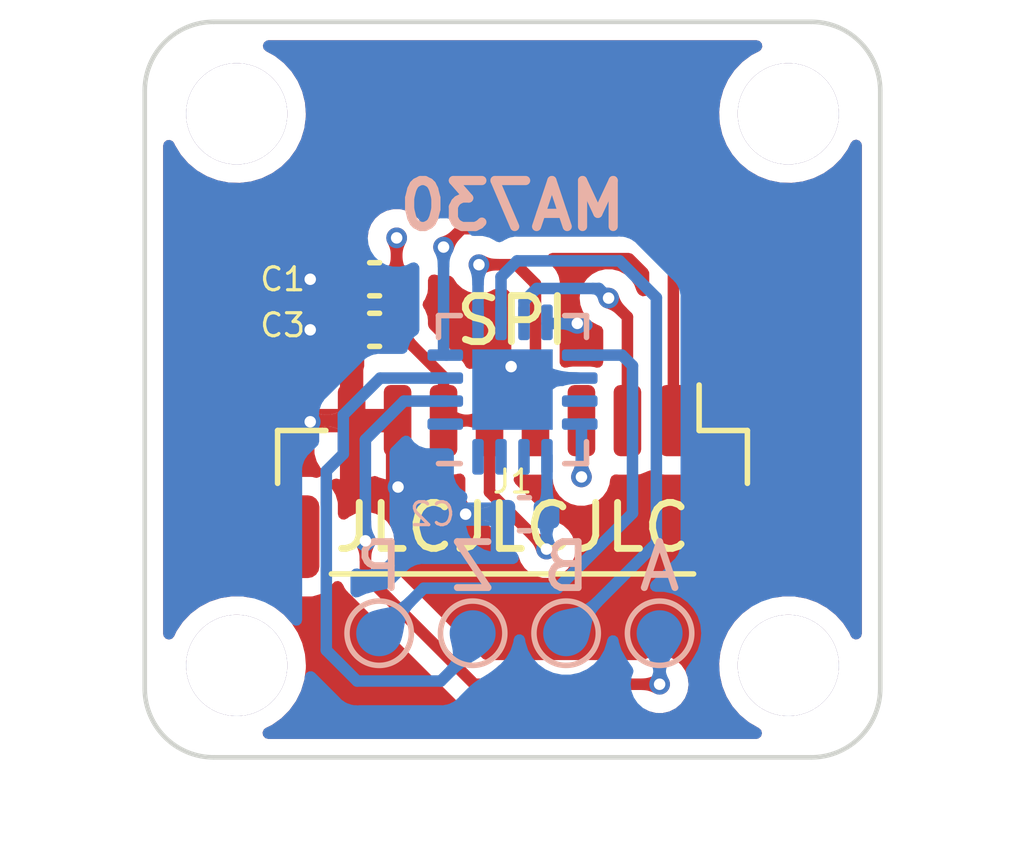
<source format=kicad_pcb>
(kicad_pcb (version 20211014) (generator pcbnew)
  (layers (0 "F.Cu" signal) (1 "In1.Cu" signal) (2 "In2.Cu" signal) (31 "B.Cu" signal) (34 "B.Paste" user) (35 "F.Paste" user) (36 "B.SilkS" user "B.Silkscreen") (37 "F.SilkS" user "F.Silkscreen") (38 "B.Mask" user) (39 "F.Mask" user) (44 "Edge.Cuts" user))
  (net 0 "")
  (net 1 "GND")
  (net 2 "+3V3")
  (net 8 "Net-(U1-Pad3)")
  (net 9 "Net-(J1-Pad4)")
  (net 10 "Net-(J1-Pad3)")
  (net 11 "Net-(J1-Pad2)")
  (net 12 "Net-(J1-Pad1)")
  (net 13 "Net-(A1-Pad1)")
  (net 14 "Net-(B1-Pad1)")
  (net 15 "Net-(P1-Pad1)")
  (footprint "MountingHole:MountingHole_2.2mm_M2" (layer "F.Cu") (at 102 86)
    (fp_text reference "H1" hide)
    (fp_text value "MountingHole")
  )
  (footprint "MountingHole:MountingHole_2.2mm_M2" (layer "F.Cu") (at 114 86)
    (fp_text reference "H2" hide)
    (fp_text value "MountingHole")
  )
  (footprint "MountingHole:MountingHole_2.2mm_M2" (layer "F.Cu") (at 114 98)
    (fp_text reference "H3" hide)
    (fp_text value "MountingHole")
  )
  (footprint "MountingHole:MountingHole_2.2mm_M2" (layer "F.Cu") (at 102 98)
    (fp_text reference "H4" hide)
    (fp_text value "MountingHole")
  )
  (footprint "Capacitor_SMD:C_0402_1005Metric" (layer "F.Cu") (at 105 89.6 180)
    (fp_text reference "C1")
    (fp_text value "1uF")
  )
  (footprint "Capacitor_SMD:C_0402_1005Metric" (layer "F.Cu") (at 105 90.7 180)
    (fp_text reference "C3")
    (fp_text value "100nF")
  )
  (footprint "Connector_JST:JST_SH_BM08B-SRSS-TB_1x08-1MP_P1.00mm_Vertical" (layer "F.Cu") (at 108 94 180)
    (fp_text reference "J1")
    (fp_text value "Conn_01x08")
  )
  (footprint "Capacitor_SMD:C_0402_1005Metric" (layer "B.Cu") (at 108.26 94.71 180)
    (fp_text reference "C2")
    (fp_text value "100nF")
  )
  (footprint "Package_DFN_QFN:QFN-16-1EP_3x3mm_P0.5mm_EP1.75x1.75mm" (layer "B.Cu") (at 108 92)
    (fp_text reference "U1" hide)
    (fp_text value "MA730")
  )
  (footprint "TestPoint:TestPoint_Pad_D1.0mm" (layer "B.Cu") (at 105.100002 97.3 180)
    (fp_text reference "P")
    (fp_text value "TestPoint_Small")
  )
  (footprint "TestPoint:TestPoint_Pad_D1.0mm" (layer "B.Cu") (at 107.133335 97.3 180)
    (fp_text reference "Z")
    (fp_text value "TestPoint_Small")
  )
  (footprint "TestPoint:TestPoint_Pad_D1.0mm" (layer "B.Cu") (at 111.200001 97.3 180)
    (fp_text reference "A")
    (fp_text value "TestPoint_Small")
  )
  (footprint "TestPoint:TestPoint_Pad_D1.0mm" (layer "B.Cu") (at 109.166668 97.3 180)
    (fp_text reference "B")
    (fp_text value "TestPoint_Small")
  )
  (gr_line (start 100 85.5) (end 100 98.5) (layer "Edge.Cuts") (width 0.1))
  (gr_line (start 114.5 84) (end 101.5 84) (layer "Edge.Cuts") (width 0.1))
  (gr_line (start 116 98.5) (end 116 85.5) (layer "Edge.Cuts") (width 0.1))
  (gr_arc (start 116 98.5) (mid 115.56066 99.56066) (end 114.5 100) (layer "Edge.Cuts") (width 0.1))
  (gr_arc (start 101.5 100) (mid 100.43934 99.56066) (end 100 98.5) (layer "Edge.Cuts") (width 0.1))
  (gr_arc (start 114.5 84) (mid 115.56066 84.43934) (end 116 85.5) (layer "Edge.Cuts") (width 0.1))
  (gr_line (start 101.5 100) (end 114.5 100) (layer "Edge.Cuts") (width 0.1))
  (gr_arc (start 100 85.5) (mid 100.43934 84.43934) (end 101.5 84) (layer "Edge.Cuts") (width 0.1))
  (gr_text "MA730" (at 108 88) (layer "B.SilkS") (effects (font (size 1 1) (thickness 0.2)) (justify mirror)))
  (gr_text "SPI" (at 108 90.5) (layer "F.SilkS") (effects (font (size 1 1))))
  (gr_text "JLCJLCJLC" (at 108 95) (layer "F.SilkS") (effects (font (size 1 1))))
  (segment (start 104.5 90.72) (end 104.52 90.7) (width 0.25) (layer "F.Cu") (net 1))
  (segment (start 105.5 92.675) (end 105.5 94.11) (width 0.25) (layer "F.Cu") (net 1))
  (segment (start 104.52 89.6) (end 103.6 89.6) (width 0.25) (layer "F.Cu") (net 1))
  (segment (start 105.5 94.11) (end 105.51 94.12) (width 0.25) (layer "F.Cu") (net 1))
  (segment (start 103.625 92.675) (end 103.6 92.7) (width 0.25) (layer "F.Cu") (net 1))
  (segment (start 104.52 90.7) (end 103.6 90.7) (width 0.25) (layer "F.Cu") (net 1))
  (segment (start 104.5 92.675) (end 103.625 92.675) (width 0.25) (layer "F.Cu") (net 1))
  (segment (start 104.5 92.675) (end 104.5 90.72) (width 0.25) (layer "F.Cu") (net 1))
  (segment (start 104.52 89.6) (end 104.52 90.7) (width 0.25) (layer "F.Cu") (net 1))
  (via (at 103.6 89.6) (size 0.45) (drill 0.25) (layers "F.Cu" "B.Cu") (net 1))
  (via (at 106.98 94.71) (size 0.45) (drill 0.25) (layers "F.Cu" "B.Cu") (net 1))
  (via (at 109.41 90.56) (size 0.45) (drill 0.25) (layers "F.Cu" "B.Cu") (net 1))
  (via (at 105.51 94.12) (size 0.45) (drill 0.25) (layers "F.Cu" "B.Cu") (net 1))
  (via (at 103.6 90.7) (size 0.45) (drill 0.25) (layers "F.Cu" "B.Cu") (net 1))
  (via (at 103.6 92.7) (size 0.45) (drill 0.25) (layers "F.Cu" "B.Cu") (net 1))
  (via (at 107.97 91.5) (size 0.45) (drill 0.25) (layers "F.Cu" "B.Cu") (net 1))
  (segment (start 108.75 90.5625) (end 109.4075 90.5625) (width 0.25) (layer "B.Cu") (net 1))
  (segment (start 109.4375 91.75) (end 108.25 91.75) (width 0.25) (layer "B.Cu") (net 1))
  (segment (start 107.78 94.71) (end 106.98 94.71) (width 0.25) (layer "B.Cu") (net 1))
  (segment (start 108.25 91.75) (end 108 92) (width 0.25) (layer "B.Cu") (net 1))
  (segment (start 109.4075 90.5625) (end 109.41 90.56) (width 0.25) (layer "B.Cu") (net 1))
  (segment (start 108 92) (end 108 91.9955) (width 0.25) (layer "B.Cu") (net 1))
  (segment (start 108 91.9955) (end 107.48 91.4755) (width 0.25) (layer "B.Cu") (net 1))
  (segment (start 107.5 92.675) (end 107.5 94.23) (width 0.25) (layer "F.Cu") (net 2))
  (segment (start 107.5 94.23) (end 108.74 95.47) (width 0.25) (layer "F.Cu") (net 2))
  (segment (start 105.48 89.6) (end 105.48 90.7) (width 0.25) (layer "F.Cu") (net 2))
  (segment (start 106.5 91.72) (end 105.48 90.7) (width 0.25) (layer "F.Cu") (net 2))
  (segment (start 105.48 89.6) (end 105.48 88.7) (width 0.25) (layer "F.Cu") (net 2))
  (segment (start 106.5 92.675) (end 106.5 91.72) (width 0.25) (layer "F.Cu") (net 2))
  (segment (start 106.5 92.675) (end 107.5 92.675) (width 0.25) (layer "F.Cu") (net 2))
  (via (at 108.74 95.47) (size 0.45) (drill 0.25) (layers "F.Cu" "B.Cu") (net 2))
  (via (at 105.48 88.7) (size 0.45) (drill 0.25) (layers "F.Cu" "B.Cu") (net 2))
  (segment (start 108.74 94.71) (end 108.74 95.47) (width 0.25) (layer "B.Cu") (net 2))
  (segment (start 108.74 94.71) (end 108.75 94.7) (width 0.25) (layer "B.Cu") (net 2))
  (segment (start 108.75 94.7) (end 108.75 93.4375) (width 0.25) (layer "B.Cu") (net 2))
  (segment (start 104.32 92.55) (end 105.12 91.75) (width 0.25) (layer "B.Cu") (net 8))
  (segment (start 106.44 98.34) (end 104.62 98.34) (width 0.25) (layer "B.Cu") (net 8))
  (segment (start 105.12 91.75) (end 106.5625 91.75) (width 0.25) (layer "B.Cu") (net 8))
  (segment (start 107.133335 97.646665) (end 106.44 98.34) (width 0.25) (layer "B.Cu") (net 8))
  (segment (start 104.62 98.34) (end 103.95 97.67) (width 0.25) (layer "B.Cu") (net 8))
  (segment (start 104.32 93.4) (end 104.32 92.55) (width 0.25) (layer "B.Cu") (net 8))
  (segment (start 107.133335 97.3) (end 107.133335 97.646665) (width 0.25) (layer "B.Cu") (net 8))
  (segment (start 103.95 97.67) (end 103.95 93.77) (width 0.25) (layer "B.Cu") (net 8))
  (segment (start 103.95 93.77) (end 104.32 93.4) (width 0.25) (layer "B.Cu") (net 8))
  (segment (start 108.5 89.7) (end 108.5 92.675) (width 0.25) (layer "F.Cu") (net 9))
  (segment (start 108.083139 89.283139) (end 108.5 89.7) (width 0.25) (layer "F.Cu") (net 9))
  (segment (start 107.26965 89.283139) (end 108.083139 89.283139) (width 0.25) (layer "F.Cu") (net 9))
  (via (at 107.26965 89.283139) (size 0.45) (drill 0.25) (layers "F.Cu" "B.Cu") (net 9))
  (segment (start 107.25 89.302789) (end 107.25 90.5625) (width 0.25) (layer "B.Cu") (net 9))
  (segment (start 107.26965 89.283139) (end 107.25 89.302789) (width 0.25) (layer "B.Cu") (net 9))
  (segment (start 109.5 92.675) (end 109.5 93.9) (width 0.25) (layer "F.Cu") (net 10))
  (via (at 109.5 93.9) (size 0.45) (drill 0.25) (layers "F.Cu" "B.Cu") (net 10))
  (segment (start 109.5 92.8125) (end 109.4375 92.75) (width 0.25) (layer "B.Cu") (net 10))
  (segment (start 109.5 93.9) (end 109.5 92.8125) (width 0.25) (layer "B.Cu") (net 10))
  (segment (start 110.09 90.01) (end 110.5 90.42) (width 0.25) (layer "F.Cu") (net 11))
  (segment (start 110.5 90.42) (end 110.5 92.675) (width 0.25) (layer "F.Cu") (net 11))
  (via (at 110.09 90.01) (size 0.45) (drill 0.25) (layers "F.Cu" "B.Cu") (net 11))
  (segment (start 109.88048 89.80048) (end 108.527192 89.80048) (width 0.25) (layer "B.Cu") (net 11))
  (segment (start 108.527192 89.80048) (end 108.25 90.077672) (width 0.25) (layer "B.Cu") (net 11))
  (segment (start 110.09 90.01) (end 109.88048 89.80048) (width 0.25) (layer "B.Cu") (net 11))
  (segment (start 108.25 90.077672) (end 108.25 90.5625) (width 0.25) (layer "B.Cu") (net 11))
  (segment (start 106.5 88.9) (end 106.9 88.5) (width 0.25) (layer "F.Cu") (net 12))
  (segment (start 106.9 88.5) (end 110.8 88.5) (width 0.25) (layer "F.Cu") (net 12))
  (segment (start 110.8 88.5) (end 111.5 89.2) (width 0.25) (layer "F.Cu") (net 12))
  (segment (start 111.5 89.2) (end 111.5 92.675) (width 0.25) (layer "F.Cu") (net 12))
  (via (at 106.5 88.9) (size 0.45) (drill 0.25) (layers "F.Cu" "B.Cu") (net 12))
  (segment (start 106.5 91.1875) (end 106.5625 91.25) (width 0.25) (layer "B.Cu") (net 12))
  (segment (start 106.5 88.9) (end 106.5 91.1875) (width 0.25) (layer "B.Cu") (net 12))
  (segment (start 104.8 96.04) (end 107.17 98.41) (width 0.25) (layer "F.Cu") (net 13))
  (segment (start 104.8 95.29) (end 104.8 96.04) (width 0.25) (layer "F.Cu") (net 13))
  (segment (start 107.17 98.41) (end 111.2 98.41) (width 0.25) (layer "F.Cu") (net 13))
  (via (at 111.2 98.41) (size 0.45) (drill 0.25) (layers "F.Cu" "B.Cu") (net 13))
  (via (at 104.8 95.29) (size 0.45) (drill 0.25) (layers "F.Cu" "B.Cu") (net 13))
  (segment (start 106.5625 92.25) (end 105.64 92.25) (width 0.25) (layer "B.Cu") (net 13))
  (segment (start 111.200001 97.3) (end 111.2 98.41) (width 0.25) (layer "B.Cu") (net 13))
  (segment (start 105.64 92.25) (end 104.8 93.09) (width 0.25) (layer "B.Cu") (net 13))
  (segment (start 104.8 93.09) (end 104.8 95.29) (width 0.25) (layer "B.Cu") (net 13))
  (segment (start 107.75 89.55) (end 107.75 90.5625) (width 0.25) (layer "B.Cu") (net 14))
  (segment (start 110.33 89.2) (end 108.1 89.2) (width 0.25) (layer "B.Cu") (net 14))
  (segment (start 109.166668 97.3) (end 111.13 95.336668) (width 0.25) (layer "B.Cu") (net 14))
  (segment (start 111.13 90) (end 110.33 89.2) (width 0.25) (layer "B.Cu") (net 14))
  (segment (start 111.13 95.336668) (end 111.13 90) (width 0.25) (layer "B.Cu") (net 14))
  (segment (start 108.1 89.2) (end 107.75 89.55) (width 0.25) (layer "B.Cu") (net 14))
  (segment (start 110.38 91.25) (end 109.4375 91.25) (width 0.25) (layer "B.Cu") (net 15))
  (segment (start 106.07 96.32) (end 108.98 96.32) (width 0.25) (layer "B.Cu") (net 15))
  (segment (start 105.100002 97.3) (end 105.100002 97.289998) (width 0.25) (layer "B.Cu") (net 15))
  (segment (start 105.100002 97.289998) (end 106.07 96.32) (width 0.25) (layer "B.Cu") (net 15))
  (segment (start 108.98 96.32) (end 110.61 94.69) (width 0.25) (layer "B.Cu") (net 15))
  (segment (start 110.61 91.48) (end 110.38 91.25) (width 0.25) (layer "B.Cu") (net 15))
  (segment (start 110.61 94.69) (end 110.61 91.48) (width 0.25) (layer "B.Cu") (net 15))
  (zone (net 1) (net_name "GND") (layer "F.Cu") (priority 16962) (connect_pads yes (clearance 0)) (min_thickness 0.0254) (fill yes (thermal_gap 0.508) (thermal_bridge_width 0.508))
    (polygon (pts (xy 103.97 89.725) (xy 104.031776 89.726403) (xy 104.084414 89.730555) (xy 104.12976 89.737365) (xy 104.169658 89.746746) (xy 104.205953 89.758606) (xy 104.24049 89.772859) (xy 104.275113 89.789413) (xy 104.311668 89.808181) (xy 104.351999 89.829073) (xy 104.397951 89.852) (xy 104.66 89.6) (xy 104.397951 89.348) (xy 104.351999 89.370926) (xy 104.311668 89.391818) (xy 104.275113 89.410586) (xy 104.24049 89.42714) (xy 104.205953 89.441393) (xy 104.169658 89.453253) (xy 104.12976 89.462634) (xy 104.084414 89.469444) (xy 104.031776 89.473596) (xy 103.97 89.475)))
  )
  (zone (net 13) (net_name "Net-(A1-Pad1)") (layer "F.Cu") (priority 16962) (connect_pads yes (clearance 0)) (min_thickness 0.0254) (fill yes (thermal_gap 0.508) (thermal_bridge_width 0.508))
    (polygon (pts (xy 110.755 98.535) (xy 110.804556 98.535548) (xy 110.84743 98.537295) (xy 110.884887 98.540391) (xy 110.918196 98.544987) (xy 110.948624 98.551234) (xy 110.977439 98.559281) (xy 111.005909 98.569281) (xy 111.035302 98.581383) (xy 111.066884 98.595739) (xy 111.101925 98.6125) (xy 111.3125 98.41) (xy 111.101925 98.2075) (xy 111.066884 98.22426) (xy 111.035302 98.238616) (xy 111.005909 98.250718) (xy 110.977439 98.260718) (xy 110.948624 98.268765) (xy 110.918196 98.275012) (xy 110.884887 98.279608) (xy 110.84743 98.282704) (xy 110.804556 98.284451) (xy 110.755 98.285)))
  )
  (zone (net 13) (net_name "Net-(A1-Pad1)") (layer "F.Cu") (priority 16962) (connect_pads yes (clearance 0)) (min_thickness 0.0254) (fill yes (thermal_gap 0.508) (thermal_bridge_width 0.508))
    (polygon (pts (xy 104.925 95.735) (xy 104.925548 95.685443) (xy 104.927295 95.642569) (xy 104.930391 95.605112) (xy 104.934987 95.571803) (xy 104.941234 95.541375) (xy 104.949281 95.51256) (xy 104.959281 95.48409) (xy 104.971383 95.454697) (xy 104.985739 95.423115) (xy 105.0025 95.388075) (xy 104.8 95.1775) (xy 104.5975 95.388075) (xy 104.61426 95.423115) (xy 104.628616 95.454697) (xy 104.640718 95.48409) (xy 104.650718 95.51256) (xy 104.658765 95.541375) (xy 104.665012 95.571803) (xy 104.669608 95.605112) (xy 104.672704 95.642569) (xy 104.674451 95.685443) (xy 104.675 95.735)))
  )
  (zone (net 2) (net_name "+3V3") (layer "F.Cu") (priority 16962) (connect_pads yes (clearance 0)) (min_thickness 0.0254) (fill yes (thermal_gap 0.508) (thermal_bridge_width 0.508))
    (polygon (pts (xy 106.91 92.8) (xy 106.976522 92.801711) (xy 107.032986 92.806731) (xy 107.081446 92.814883) (xy 107.123958 92.825994) (xy 107.162578 92.839888) (xy 107.19936 92.856391) (xy 107.236362 92.875328) (xy 107.275638 92.896525) (xy 107.319243 92.919807) (xy 107.369234 92.945) (xy 107.65 92.675) (xy 107.369234 92.405) (xy 107.319243 92.430192) (xy 107.275638 92.453474) (xy 107.236362 92.474671) (xy 107.19936 92.493608) (xy 107.162578 92.510111) (xy 107.123958 92.524005) (xy 107.081446 92.535116) (xy 107.032986 92.543268) (xy 106.976522 92.548288) (xy 106.91 92.55)))
  )
  (zone (net 1) (net_name "GND") (layer "F.Cu") (priority 16962) (connect_pads yes (clearance 0)) (min_thickness 0.0254) (fill yes (thermal_gap 0.508) (thermal_bridge_width 0.508))
    (polygon (pts (xy 105.375 93.665) (xy 105.374541 93.716951) (xy 105.373053 93.761882) (xy 105.370362 93.801144) (xy 105.366297 93.836089) (xy 105.360686 93.868069) (xy 105.353357 93.898436) (xy 105.344139 93.928542) (xy 105.33286 93.959739) (xy 105.319348 93.993379) (xy 105.303432 94.030814) (xy 105.514886 94.232393) (xy 105.708048 94.013222) (xy 105.689725 93.978633) (xy 105.674131 93.947302) (xy 105.661077 93.917988) (xy 105.650375 93.889449) (xy 105.641836 93.860444) (xy 105.635273 93.829733) (xy 105.630496 93.796074) (xy 105.627317 93.758226) (xy 105.625547 93.714948) (xy 105.625 93.665)))
  )
  (zone (net 2) (net_name "+3V3") (layer "F.Cu") (priority 16962) (connect_pads yes (clearance 0)) (min_thickness 0.0254) (fill yes (thermal_gap 0.508) (thermal_bridge_width 0.508))
    (polygon (pts (xy 105.355 89.05) (xy 105.353596 89.111776) (xy 105.349444 89.164414) (xy 105.342634 89.20976) (xy 105.333253 89.249658) (xy 105.321393 89.285953) (xy 105.30714 89.32049) (xy 105.290586 89.355113) (xy 105.271818 89.391668) (xy 105.250926 89.431999) (xy 105.228 89.477951) (xy 105.48 89.74) (xy 105.732 89.477951) (xy 105.709073 89.431999) (xy 105.688181 89.391668) (xy 105.669413 89.355113) (xy 105.652859 89.32049) (xy 105.638606 89.285953) (xy 105.626746 89.249658) (xy 105.617365 89.20976) (xy 105.610555 89.164414) (xy 105.606403 89.111776) (xy 105.605 89.05)))
  )
  (zone (net 12) (net_name "Net-(J1-Pad1)") (layer "F.Cu") (priority 16962) (connect_pads yes (clearance 0)) (min_thickness 0.0254) (fill yes (thermal_gap 0.508) (thermal_bridge_width 0.508))
    (polygon (pts (xy 111.375 92.085) (xy 111.373288 92.151522) (xy 111.368268 92.207986) (xy 111.360116 92.256446) (xy 111.349005 92.298958) (xy 111.335111 92.337578) (xy 111.318608 92.37436) (xy 111.299671 92.411362) (xy 111.278474 92.450638) (xy 111.255192 92.494243) (xy 111.23 92.544234) (xy 111.5 92.825) (xy 111.77 92.544234) (xy 111.744807 92.494243) (xy 111.721525 92.450638) (xy 111.700328 92.411362) (xy 111.681391 92.37436) (xy 111.664888 92.337578) (xy 111.650994 92.298958) (xy 111.639883 92.256446) (xy 111.631731 92.207986) (xy 111.626711 92.151522) (xy 111.625 92.085)))
  )
  (zone (net 9) (net_name "Net-(J1-Pad4)") (layer "F.Cu") (priority 16962) (connect_pads yes (clearance 0)) (min_thickness 0.0254) (fill yes (thermal_gap 0.508) (thermal_bridge_width 0.508))
    (polygon (pts (xy 108.375 92.085) (xy 108.373288 92.151522) (xy 108.368268 92.207986) (xy 108.360116 92.256446) (xy 108.349005 92.298958) (xy 108.335111 92.337578) (xy 108.318608 92.37436) (xy 108.299671 92.411362) (xy 108.278474 92.450638) (xy 108.255192 92.494243) (xy 108.23 92.544234) (xy 108.5 92.825) (xy 108.77 92.544234) (xy 108.744807 92.494243) (xy 108.721525 92.450638) (xy 108.700328 92.411362) (xy 108.681391 92.37436) (xy 108.664888 92.337578) (xy 108.650994 92.298958) (xy 108.639883 92.256446) (xy 108.631731 92.207986) (xy 108.626711 92.151522) (xy 108.625 92.085)))
  )
  (zone (net 9) (net_name "Net-(J1-Pad4)") (layer "F.Cu") (priority 16962) (connect_pads yes (clearance 0)) (min_thickness 0.0254) (fill yes (thermal_gap 0.508) (thermal_bridge_width 0.508))
    (polygon (pts (xy 107.71465 89.158139) (xy 107.665093 89.15759) (xy 107.622219 89.155843) (xy 107.584762 89.152747) (xy 107.551453 89.148151) (xy 107.521025 89.141904) (xy 107.49221 89.133857) (xy 107.46374 89.123857) (xy 107.434347 89.111755) (xy 107.402765 89.097399) (xy 107.367725 89.080639) (xy 107.15715 89.283139) (xy 107.367725 89.485639) (xy 107.402765 89.468878) (xy 107.434347 89.454522) (xy 107.46374 89.44242) (xy 107.49221 89.43242) (xy 107.521025 89.424373) (xy 107.551453 89.418126) (xy 107.584762 89.41353) (xy 107.622219 89.410434) (xy 107.665093 89.408687) (xy 107.71465 89.408139)))
  )
  (zone (net 2) (net_name "+3V3") (layer "F.Cu") (priority 16962) (connect_pads yes (clearance 0)) (min_thickness 0.0254) (fill yes (thermal_gap 0.508) (thermal_bridge_width 0.508))
    (polygon (pts (xy 107.09 92.55) (xy 107.023477 92.548288) (xy 106.967013 92.543268) (xy 106.918553 92.535116) (xy 106.876041 92.524005) (xy 106.837421 92.510111) (xy 106.800639 92.493608) (xy 106.763637 92.474671) (xy 106.724361 92.453474) (xy 106.680756 92.430192) (xy 106.630766 92.405) (xy 106.35 92.675) (xy 106.630766 92.945) (xy 106.680756 92.919807) (xy 106.724361 92.896525) (xy 106.763637 92.875328) (xy 106.800639 92.856391) (xy 106.837421 92.839888) (xy 106.876041 92.825994) (xy 106.918553 92.814883) (xy 106.967013 92.806731) (xy 107.023477 92.801711) (xy 107.09 92.8)))
  )
  (zone (net 1) (net_name "GND") (layer "F.Cu") (priority 16962) (connect_pads yes (clearance 0)) (min_thickness 0.0254) (fill yes (thermal_gap 0.508) (thermal_bridge_width 0.508))
    (polygon (pts (xy 104.625 91.26) (xy 104.626413 91.198734) (xy 104.630638 91.146445) (xy 104.63765 91.10137) (xy 104.647423 91.061744) (xy 104.659932 91.025805) (xy 104.675154 90.99179) (xy 104.693062 90.957934) (xy 104.713633 90.922475) (xy 104.736842 90.883649) (xy 104.762663 90.839693) (xy 104.529974 90.560356) (xy 104.259945 90.803784) (xy 104.280527 90.853708) (xy 104.299345 90.897391) (xy 104.316304 90.936813) (xy 104.331308 90.973957) (xy 104.344264 91.010806) (xy 104.355076 91.049342) (xy 104.363651 91.091547) (xy 104.369893 91.139403) (xy 104.373707 91.194893) (xy 104.375 91.26)))
  )
  (zone (net 2) (net_name "+3V3") (layer "F.Cu") (priority 16962) (connect_pads yes (clearance 0)) (min_thickness 0.0254) (fill yes (thermal_gap 0.508) (thermal_bridge_width 0.508))
    (polygon (pts (xy 106.375 92.085) (xy 106.373288 92.151522) (xy 106.368268 92.207986) (xy 106.360116 92.256446) (xy 106.349005 92.298958) (xy 106.335111 92.337578) (xy 106.318608 92.37436) (xy 106.299671 92.411362) (xy 106.278474 92.450638) (xy 106.255192 92.494243) (xy 106.23 92.544234) (xy 106.5 92.825) (xy 106.77 92.544234) (xy 106.744807 92.494243) (xy 106.721525 92.450638) (xy 106.700328 92.411362) (xy 106.681391 92.37436) (xy 106.664888 92.337578) (xy 106.650994 92.298958) (xy 106.639883 92.256446) (xy 106.631731 92.207986) (xy 106.626711 92.151522) (xy 106.625 92.085)))
  )
  (zone (net 1) (net_name "GND") (layer "F.Cu") (priority 16962) (connect_pads yes (clearance 0)) (min_thickness 0.0254) (fill yes (thermal_gap 0.508) (thermal_bridge_width 0.508))
    (polygon (pts (xy 104.045 89.475) (xy 103.995443 89.474451) (xy 103.952569 89.472704) (xy 103.915112 89.469608) (xy 103.881803 89.465012) (xy 103.851375 89.458765) (xy 103.82256 89.450718) (xy 103.79409 89.440718) (xy 103.764697 89.428616) (xy 103.733115 89.41426) (xy 103.698075 89.3975) (xy 103.4875 89.6) (xy 103.698075 89.8025) (xy 103.733115 89.785739) (xy 103.764697 89.771383) (xy 103.79409 89.759281) (xy 103.82256 89.749281) (xy 103.851375 89.741234) (xy 103.881803 89.734987) (xy 103.915112 89.730391) (xy 103.952569 89.727295) (xy 103.995443 89.725548) (xy 104.045 89.725)))
  )
  (zone (net 2) (net_name "+3V3") (layer "F.Cu") (priority 16962) (connect_pads yes (clearance 0)) (min_thickness 0.0254) (fill yes (thermal_gap 0.508) (thermal_bridge_width 0.508))
    (polygon (pts (xy 105.957296 91.000519) (xy 105.914606 90.955844) (xy 105.880321 90.915687) (xy 105.853072 90.878807) (xy 105.831493 90.843962) (xy 105.814215 90.809911) (xy 105.799872 90.775412) (xy 105.787095 90.739224) (xy 105.774518 90.700106) (xy 105.760773 90.656815) (xy 105.744492 90.608111) (xy 105.381006 90.601006) (xy 105.388111 90.964492) (xy 105.436815 90.980773) (xy 105.480106 90.994518) (xy 105.519224 91.007095) (xy 105.555412 91.019872) (xy 105.589911 91.034215) (xy 105.623962 91.051493) (xy 105.658807 91.073072) (xy 105.695687 91.100321) (xy 105.735844 91.134606) (xy 105.780519 91.177296)))
  )
  (zone (net 1) (net_name "GND") (layer "F.Cu") (priority 16962) (connect_pads yes (clearance 0)) (min_thickness 0.0254) (fill yes (thermal_gap 0.508) (thermal_bridge_width 0.508))
    (polygon (pts (xy 105.625 93.265) (xy 105.626711 93.198477) (xy 105.631731 93.142013) (xy 105.639883 93.093553) (xy 105.650994 93.051041) (xy 105.664888 93.012421) (xy 105.681391 92.975639) (xy 105.700328 92.938637) (xy 105.721525 92.899361) (xy 105.744807 92.855756) (xy 105.77 92.805766) (xy 105.5 92.525) (xy 105.23 92.805766) (xy 105.255192 92.855756) (xy 105.278474 92.899361) (xy 105.299671 92.938637) (xy 105.318608 92.975639) (xy 105.335111 93.012421) (xy 105.349005 93.051041) (xy 105.360116 93.093553) (xy 105.368268 93.142013) (xy 105.373288 93.198477) (xy 105.375 93.265)))
  )
  (zone (net 1) (net_name "GND") (layer "F.Cu") (priority 16962) (connect_pads yes (clearance 0)) (min_thickness 0.0254) (fill yes (thermal_gap 0.508) (thermal_bridge_width 0.508))
    (polygon (pts (xy 104.045 90.575) (xy 103.995443 90.574451) (xy 103.952569 90.572704) (xy 103.915112 90.569608) (xy 103.881803 90.565012) (xy 103.851375 90.558765) (xy 103.82256 90.550718) (xy 103.79409 90.540718) (xy 103.764697 90.528616) (xy 103.733115 90.51426) (xy 103.698075 90.4975) (xy 103.4875 90.7) (xy 103.698075 90.9025) (xy 103.733115 90.885739) (xy 103.764697 90.871383) (xy 103.79409 90.859281) (xy 103.82256 90.849281) (xy 103.851375 90.841234) (xy 103.881803 90.834987) (xy 103.915112 90.830391) (xy 103.952569 90.827295) (xy 103.995443 90.825548) (xy 104.045 90.825)))
  )
  (zone (net 2) (net_name "+3V3") (layer "F.Cu") (priority 16962) (connect_pads yes (clearance 0)) (min_thickness 0.0254) (fill yes (thermal_gap 0.508) (thermal_bridge_width 0.508))
    (polygon (pts (xy 105.605 89.145) (xy 105.605548 89.095443) (xy 105.607295 89.052569) (xy 105.610391 89.015112) (xy 105.614987 88.981803) (xy 105.621234 88.951375) (xy 105.629281 88.92256) (xy 105.639281 88.89409) (xy 105.651383 88.864697) (xy 105.665739 88.833115) (xy 105.6825 88.798075) (xy 105.48 88.5875) (xy 105.2775 88.798075) (xy 105.29426 88.833115) (xy 105.308616 88.864697) (xy 105.320718 88.89409) (xy 105.330718 88.92256) (xy 105.338765 88.951375) (xy 105.345012 88.981803) (xy 105.349608 89.015112) (xy 105.352704 89.052569) (xy 105.354451 89.095443) (xy 105.355 89.145)))
  )
  (zone (net 11) (net_name "Net-(J1-Pad2)") (layer "F.Cu") (priority 16962) (connect_pads yes (clearance 0)) (min_thickness 0.0254) (fill yes (thermal_gap 0.508) (thermal_bridge_width 0.508))
    (polygon (pts (xy 110.49305 90.236273) (xy 110.458396 90.200842) (xy 110.429315 90.169291) (xy 110.405018 90.140616) (xy 110.384715 90.113813) (xy 110.367616 90.087881) (xy 110.352931 90.061815) (xy 110.33987 90.034613) (xy 110.327644 90.005272) (xy 110.315463 89.972789) (xy 110.302538 89.936161) (xy 110.010451 89.930451) (xy 110.016161 90.222538) (xy 110.052789 90.235463) (xy 110.085272 90.247644) (xy 110.114613 90.25987) (xy 110.141815 90.272931) (xy 110.167881 90.287616) (xy 110.193813 90.304715) (xy 110.220616 90.325018) (xy 110.249291 90.349315) (xy 110.280842 90.378396) (xy 110.316273 90.41305)))
  )
  (zone (net 1) (net_name "GND") (layer "F.Cu") (priority 16962) (connect_pads yes (clearance 0)) (min_thickness 0.0254) (fill yes (thermal_gap 0.508) (thermal_bridge_width 0.508))
    (polygon (pts (xy 104.645 90.15) (xy 104.646403 90.088223) (xy 104.650555 90.035585) (xy 104.657365 89.990239) (xy 104.666746 89.950341) (xy 104.678606 89.914046) (xy 104.692859 89.879509) (xy 104.709413 89.844886) (xy 104.728181 89.808331) (xy 104.749073 89.768) (xy 104.772 89.722049) (xy 104.52 89.46) (xy 104.268 89.722049) (xy 104.290926 89.768) (xy 104.311818 89.808331) (xy 104.330586 89.844886) (xy 104.34714 89.879509) (xy 104.361393 89.914046) (xy 104.373253 89.950341) (xy 104.382634 89.990239) (xy 104.389444 90.035585) (xy 104.393596 90.088223) (xy 104.395 90.15)))
  )
  (zone (net 11) (net_name "Net-(J1-Pad2)") (layer "F.Cu") (priority 16962) (connect_pads yes (clearance 0)) (min_thickness 0.0254) (fill yes (thermal_gap 0.508) (thermal_bridge_width 0.508))
    (polygon (pts (xy 110.375 92.085) (xy 110.373288 92.151522) (xy 110.368268 92.207986) (xy 110.360116 92.256446) (xy 110.349005 92.298958) (xy 110.335111 92.337578) (xy 110.318608 92.37436) (xy 110.299671 92.411362) (xy 110.278474 92.450638) (xy 110.255192 92.494243) (xy 110.23 92.544234) (xy 110.5 92.825) (xy 110.77 92.544234) (xy 110.744807 92.494243) (xy 110.721525 92.450638) (xy 110.700328 92.411362) (xy 110.681391 92.37436) (xy 110.664888 92.337578) (xy 110.650994 92.298958) (xy 110.639883 92.256446) (xy 110.631731 92.207986) (xy 110.626711 92.151522) (xy 110.625 92.085)))
  )
  (zone (net 1) (net_name "GND") (layers F&B.Cu) (connect_pads (clearance 0.4)) (min_thickness 0.254) (fill yes (thermal_gap 0.508) (thermal_bridge_width 0.508))
    (polygon (pts (xy 116 100) (xy 100 100) (xy 100 84) (xy 116 84)))
  )
  (zone (net 1) (net_name "GND") (layer "F.Cu") (priority 16962) (connect_pads yes (clearance 0)) (min_thickness 0.0254) (fill yes (thermal_gap 0.508) (thermal_bridge_width 0.508))
    (polygon (pts (xy 103.91 92.8) (xy 103.976522 92.801711) (xy 104.032986 92.806731) (xy 104.081446 92.814883) (xy 104.123958 92.825994) (xy 104.162578 92.839888) (xy 104.19936 92.856391) (xy 104.236362 92.875328) (xy 104.275638 92.896525) (xy 104.319243 92.919807) (xy 104.369234 92.945) (xy 104.65 92.675) (xy 104.369234 92.405) (xy 104.319243 92.430192) (xy 104.275638 92.453474) (xy 104.236362 92.474671) (xy 104.19936 92.493608) (xy 104.162578 92.510111) (xy 104.123958 92.524005) (xy 104.081446 92.535116) (xy 104.032986 92.543268) (xy 103.976522 92.548288) (xy 103.91 92.55)))
  )
  (zone (net 10) (net_name "Net-(J1-Pad3)") (layer "F.Cu") (priority 16962) (connect_pads yes (clearance 0)) (min_thickness 0.0254) (fill yes (thermal_gap 0.508) (thermal_bridge_width 0.508))
    (polygon (pts (xy 109.625 93.265) (xy 109.626711 93.198477) (xy 109.631731 93.142013) (xy 109.639883 93.093553) (xy 109.650994 93.051041) (xy 109.664888 93.012421) (xy 109.681391 92.975639) (xy 109.700328 92.938637) (xy 109.721525 92.899361) (xy 109.744807 92.855756) (xy 109.77 92.805766) (xy 109.5 92.525) (xy 109.23 92.805766) (xy 109.255192 92.855756) (xy 109.278474 92.899361) (xy 109.299671 92.938637) (xy 109.318608 92.975639) (xy 109.335111 93.012421) (xy 109.349005 93.051041) (xy 109.360116 93.093553) (xy 109.368268 93.142013) (xy 109.373288 93.198477) (xy 109.375 93.265)))
  )
  (zone (net 2) (net_name "+3V3") (layer "F.Cu") (priority 16962) (connect_pads yes (clearance 0)) (min_thickness 0.0254) (fill yes (thermal_gap 0.508) (thermal_bridge_width 0.508))
    (polygon (pts (xy 108.33695 95.243727) (xy 108.371603 95.279157) (xy 108.400684 95.310708) (xy 108.424981 95.339383) (xy 108.445284 95.366186) (xy 108.462383 95.392118) (xy 108.477068 95.418184) (xy 108.490129 95.445386) (xy 108.502355 95.474727) (xy 108.514536 95.50721) (xy 108.527462 95.543839) (xy 108.819549 95.549549) (xy 108.813839 95.257462) (xy 108.77721 95.244536) (xy 108.744727 95.232355) (xy 108.715386 95.220129) (xy 108.688184 95.207068) (xy 108.662118 95.192383) (xy 108.636186 95.175284) (xy 108.609383 95.154981) (xy 108.580708 95.130684) (xy 108.549157 95.101603) (xy 108.513727 95.06695)))
  )
  (zone (net 10) (net_name "Net-(J1-Pad3)") (layer "F.Cu") (priority 16962) (connect_pads yes (clearance 0)) (min_thickness 0.0254) (fill yes (thermal_gap 0.508) (thermal_bridge_width 0.508))
    (polygon (pts (xy 109.375 93.455) (xy 109.374451 93.504556) (xy 109.372704 93.54743) (xy 109.369608 93.584887) (xy 109.365012 93.618196) (xy 109.358765 93.648624) (xy 109.350718 93.677439) (xy 109.340718 93.705909) (xy 109.328616 93.735302) (xy 109.31426 93.766884) (xy 109.2975 93.801925) (xy 109.5 94.0125) (xy 109.7025 93.801925) (xy 109.685739 93.766884) (xy 109.671383 93.735302) (xy 109.659281 93.705909) (xy 109.649281 93.677439) (xy 109.641234 93.648624) (xy 109.634987 93.618196) (xy 109.630391 93.584887) (xy 109.627295 93.54743) (xy 109.625548 93.504556) (xy 109.625 93.455)))
  )
  (zone (net 12) (net_name "Net-(J1-Pad1)") (layer "F.Cu") (priority 16962) (connect_pads yes (clearance 0)) (min_thickness 0.0254) (fill yes (thermal_gap 0.508) (thermal_bridge_width 0.508))
    (polygon (pts (xy 106.726273 88.49695) (xy 106.690842 88.531603) (xy 106.659291 88.560684) (xy 106.630616 88.584981) (xy 106.603813 88.605284) (xy 106.577881 88.622383) (xy 106.551815 88.637068) (xy 106.524613 88.650129) (xy 106.495272 88.662355) (xy 106.462789 88.674536) (xy 106.426161 88.687462) (xy 106.420451 88.979549) (xy 106.712538 88.973839) (xy 106.725463 88.93721) (xy 106.737644 88.904727) (xy 106.74987 88.875386) (xy 106.762931 88.848184) (xy 106.777616 88.822118) (xy 106.794715 88.796186) (xy 106.815018 88.769383) (xy 106.839315 88.740708) (xy 106.868396 88.709157) (xy 106.90305 88.673727)))
  )
  (zone (net 2) (net_name "+3V3") (layer "F.Cu") (priority 16962) (connect_pads yes (clearance 0)) (min_thickness 0.0254) (fill yes (thermal_gap 0.508) (thermal_bridge_width 0.508))
    (polygon (pts (xy 105.605 90.15) (xy 105.606403 90.088223) (xy 105.610555 90.035585) (xy 105.617365 89.990239) (xy 105.626746 89.950341) (xy 105.638606 89.914046) (xy 105.652859 89.879509) (xy 105.669413 89.844886) (xy 105.688181 89.808331) (xy 105.709073 89.768) (xy 105.732 89.722049) (xy 105.48 89.46) (xy 105.228 89.722049) (xy 105.250926 89.768) (xy 105.271818 89.808331) (xy 105.290586 89.844886) (xy 105.30714 89.879509) (xy 105.321393 89.914046) (xy 105.333253 89.950341) (xy 105.342634 89.990239) (xy 105.349444 90.035585) (xy 105.353596 90.088223) (xy 105.355 90.15)))
  )
  (zone (net 1) (net_name "GND") (layer "F.Cu") (priority 16962) (connect_pads yes (clearance 0)) (min_thickness 0.0254) (fill yes (thermal_gap 0.508) (thermal_bridge_width 0.508))
    (polygon (pts (xy 103.97 90.825) (xy 104.031776 90.826403) (xy 104.084414 90.830555) (xy 104.12976 90.837365) (xy 104.169658 90.846746) (xy 104.205953 90.858606) (xy 104.24049 90.872859) (xy 104.275113 90.889413) (xy 104.311668 90.908181) (xy 104.351999 90.929073) (xy 104.397951 90.952) (xy 104.66 90.7) (xy 104.397951 90.448) (xy 104.351999 90.470926) (xy 104.311668 90.491818) (xy 104.275113 90.510586) (xy 104.24049 90.52714) (xy 104.205953 90.541393) (xy 104.169658 90.553253) (xy 104.12976 90.562634) (xy 104.084414 90.569444) (xy 104.031776 90.573596) (xy 103.97 90.575)))
  )
  (zone (net 1) (net_name "GND") (layer "F.Cu") (priority 16962) (connect_pads yes (clearance 0)) (min_thickness 0.0254) (fill yes (thermal_gap 0.508) (thermal_bridge_width 0.508))
    (polygon (pts (xy 104.05 92.55) (xy 103.997081 92.549588) (xy 103.951377 92.548261) (xy 103.911468 92.545878) (xy 103.875935 92.5423) (xy 103.843357 92.537387) (xy 103.812315 92.530999) (xy 103.781389 92.522997) (xy 103.74916 92.513241) (xy 103.714207 92.501591) (xy 103.675112 92.487908) (xy 103.488189 92.712423) (xy 103.719837 92.89043) (xy 103.751741 92.870729) (xy 103.780853 92.853895) (xy 103.808313 92.83974) (xy 103.83526 92.828077) (xy 103.862833 92.81872) (xy 103.892174 92.811483) (xy 103.924421 92.806179) (xy 103.960714 92.802622) (xy 104.002194 92.800624) (xy 104.05 92.8)))
  )
  (zone (net 2) (net_name "+3V3") (layer "F.Cu") (priority 16962) (connect_pads yes (clearance 0)) (min_thickness 0.0254) (fill yes (thermal_gap 0.508) (thermal_bridge_width 0.508))
    (polygon (pts (xy 107.625 93.265) (xy 107.626711 93.198477) (xy 107.631731 93.142013) (xy 107.639883 93.093553) (xy 107.650994 93.051041) (xy 107.664888 93.012421) (xy 107.681391 92.975639) (xy 107.700328 92.938637) (xy 107.721525 92.899361) (xy 107.744807 92.855756) (xy 107.77 92.805766) (xy 107.5 92.525) (xy 107.23 92.805766) (xy 107.255192 92.855756) (xy 107.278474 92.899361) (xy 107.299671 92.938637) (xy 107.318608 92.975639) (xy 107.335111 93.012421) (xy 107.349005 93.051041) (xy 107.360116 93.093553) (xy 107.368268 93.142013) (xy 107.373288 93.198477) (xy 107.375 93.265)))
  )
  (zone (net 1) (net_name "GND") (layer "F.Cu") (priority 16962) (connect_pads yes (clearance 0)) (min_thickness 0.0254) (fill yes (thermal_gap 0.508) (thermal_bridge_width 0.508))
    (polygon (pts (xy 104.395 90.15) (xy 104.393596 90.211776) (xy 104.389444 90.264414) (xy 104.382634 90.30976) (xy 104.373253 90.349658) (xy 104.361393 90.385953) (xy 104.34714 90.42049) (xy 104.330586 90.455113) (xy 104.311818 90.491668) (xy 104.290926 90.531999) (xy 104.268 90.577951) (xy 104.52 90.84) (xy 104.772 90.577951) (xy 104.749073 90.531999) (xy 104.728181 90.491668) (xy 104.709413 90.455113) (xy 104.692859 90.42049) (xy 104.678606 90.385953) (xy 104.666746 90.349658) (xy 104.657365 90.30976) (xy 104.650555 90.264414) (xy 104.646403 90.211776) (xy 104.645 90.15)))
  )
  (zone (net 1) (net_name "GND") (layer "F.Cu") (priority 16962) (connect_pads yes (clearance 0)) (min_thickness 0.0254) (fill yes (thermal_gap 0.508) (thermal_bridge_width 0.508))
    (polygon (pts (xy 104.375 92.085) (xy 104.373288 92.151522) (xy 104.368268 92.207986) (xy 104.360116 92.256446) (xy 104.349005 92.298958) (xy 104.335111 92.337578) (xy 104.318608 92.37436) (xy 104.299671 92.411362) (xy 104.278474 92.450638) (xy 104.255192 92.494243) (xy 104.23 92.544234) (xy 104.5 92.825) (xy 104.77 92.544234) (xy 104.744807 92.494243) (xy 104.721525 92.450638) (xy 104.700328 92.411362) (xy 104.681391 92.37436) (xy 104.664888 92.337578) (xy 104.650994 92.298958) (xy 104.639883 92.256446) (xy 104.631731 92.207986) (xy 104.626711 92.151522) (xy 104.625 92.085)))
  )
  (zone (net 2) (net_name "+3V3") (layer "F.Cu") (priority 16962) (connect_pads yes (clearance 0)) (min_thickness 0.0254) (fill yes (thermal_gap 0.508) (thermal_bridge_width 0.508))
    (polygon (pts (xy 105.355 90.15) (xy 105.353596 90.211776) (xy 105.349444 90.264414) (xy 105.342634 90.30976) (xy 105.333253 90.349658) (xy 105.321393 90.385953) (xy 105.30714 90.42049) (xy 105.290586 90.455113) (xy 105.271818 90.491668) (xy 105.250926 90.531999) (xy 105.228 90.577951) (xy 105.48 90.84) (xy 105.732 90.577951) (xy 105.709073 90.531999) (xy 105.688181 90.491668) (xy 105.669413 90.455113) (xy 105.652859 90.42049) (xy 105.638606 90.385953) (xy 105.626746 90.349658) (xy 105.617365 90.30976) (xy 105.610555 90.264414) (xy 105.606403 90.211776) (xy 105.605 90.15)))
  )
  (zone (net 8) (net_name "Net-(U1-Pad3)") (layer "B.Cu") (priority 16962) (connect_pads yes (clearance 0)) (min_thickness 0.0254) (fill yes (thermal_gap 0.508) (thermal_bridge_width 0.508))
    (polygon (pts (xy 106.726749 98.230027) (xy 106.822102 98.139816) (xy 106.907261 98.068615) (xy 106.984436 98.01201) (xy 107.05584 97.965585) (xy 107.123683 97.924925) (xy 107.190177 97.885613) (xy 107.257533 97.843236) (xy 107.327962 97.793377) (xy 107.403677 97.731621) (xy 107.486888 97.653553) (xy 107.202909 97.059877) (xy 106.640459 97.3841) (xy 106.65633 97.46648) (xy 106.672865 97.541532) (xy 106.687739 97.610715) (xy 106.698624 97.675489) (xy 106.703197 97.737313) (xy 106.699131 97.797646) (xy 106.684101 97.857947) (xy 106.655782 97.919675) (xy 106.611847 97.98429) (xy 106.549973 98.053251)))
  )
  (zone (net 1) (net_name "GND") (layer "B.Cu") (priority 16962) (connect_pads yes (clearance 0)) (min_thickness 0.0254) (fill yes (thermal_gap 0.508) (thermal_bridge_width 0.508))
    (polygon (pts (xy 107.88305 91.701773) (xy 107.852644 91.670305) (xy 107.827571 91.642042) (xy 107.807016 91.616157) (xy 107.790164 91.591826) (xy 107.776199 91.568225) (xy 107.764306 91.544529) (xy 107.753671 91.519912) (xy 107.743477 91.493551) (xy 107.732911 91.46462) (xy 107.721156 91.432296) (xy 107.429013 91.431915) (xy 107.440051 91.72385) (xy 107.472122 91.734255) (xy 107.500833 91.743731) (xy 107.52699 91.753048) (xy 107.551398 91.762976) (xy 107.574864 91.774286) (xy 107.598194 91.78775) (xy 107.622194 91.804137) (xy 107.647669 91.824219) (xy 107.675427 91.848766) (xy 107.706273 91.87855)))
  )
  (zone (net 1) (net_name "GND") (layer "B.Cu") (priority 16962) (connect_pads yes (clearance 0)) (min_thickness 0.0254) (fill yes (thermal_gap 0.508) (thermal_bridge_width 0.508))
    (polygon (pts (xy 107.425 94.585) (xy 107.375443 94.584451) (xy 107.332569 94.582704) (xy 107.295112 94.579608) (xy 107.261803 94.575012) (xy 107.231375 94.568765) (xy 107.20256 94.560718) (xy 107.17409 94.550718) (xy 107.144697 94.538616) (xy 107.113115 94.52426) (xy 107.078075 94.5075) (xy 106.8675 94.71) (xy 107.078075 94.9125) (xy 107.113115 94.895739) (xy 107.144697 94.881383) (xy 107.17409 94.869281) (xy 107.20256 94.859281) (xy 107.231375 94.851234) (xy 107.261803 94.844987) (xy 107.295112 94.840391) (xy 107.332569 94.837295) (xy 107.375443 94.835548) (xy 107.425 94.835)))
  )
  (zone (net 1) (net_name "GND") (layer "B.Cu") (priority 16962) (connect_pads yes (clearance 0)) (min_thickness 0.0254) (fill yes (thermal_gap 0.508) (thermal_bridge_width 0.508))
    (polygon (pts (xy 107.23 94.835) (xy 107.291776 94.836403) (xy 107.344414 94.840555) (xy 107.38976 94.847365) (xy 107.429658 94.856746) (xy 107.465953 94.868606) (xy 107.50049 94.882859) (xy 107.535113 94.899413) (xy 107.571668 94.918181) (xy 107.611999 94.939073) (xy 107.657951 94.962) (xy 107.92 94.71) (xy 107.657951 94.458) (xy 107.611999 94.480926) (xy 107.571668 94.501818) (xy 107.535113 94.520586) (xy 107.50049 94.53714) (xy 107.465953 94.551393) (xy 107.429658 94.563253) (xy 107.38976 94.572634) (xy 107.344414 94.579444) (xy 107.291776 94.583596) (xy 107.23 94.585)))
  )
  (zone (net 15) (net_name "Net-(P1-Pad1)") (layer "B.Cu") (priority 16962) (connect_pads yes (clearance 0)) (min_thickness 0.0254) (fill yes (thermal_gap 0.508) (thermal_bridge_width 0.508))
    (polygon (pts (xy 105.711649 96.501575) (xy 105.626166 96.580287) (xy 105.548244 96.63889) (xy 105.475651 96.681101) (xy 105.406155 96.710642) (xy 105.337524 96.73123) (xy 105.267525 96.746586) (xy 105.193926 96.760429) (xy 105.114496 96.776479) (xy 105.027002 96.798453) (xy 104.929212 96.830074) (xy 104.925759 97.479273) (xy 105.574597 97.457351) (xy 105.603197 97.359614) (xy 105.622709 97.272191) (xy 105.636772 97.192867) (xy 105.649026 97.119428) (xy 105.663111 97.049659) (xy 105.682669 96.981345) (xy 105.711339 96.912272) (xy 105.752761 96.840225) (xy 105.810576 96.762989) (xy 105.888425 96.678351)))
  )
  (zone (net 13) (net_name "Net-(A1-Pad1)") (layer "B.Cu") (priority 16962) (connect_pads yes (clearance 0)) (min_thickness 0.0254) (fill yes (thermal_gap 0.508) (thermal_bridge_width 0.508))
    (polygon (pts (xy 104.675 94.845) (xy 104.674451 94.894556) (xy 104.672704 94.93743) (xy 104.669608 94.974887) (xy 104.665012 95.008196) (xy 104.658765 95.038624) (xy 104.650718 95.067439) (xy 104.640718 95.095909) (xy 104.628616 95.125302) (xy 104.61426 95.156884) (xy 104.5975 95.191925) (xy 104.8 95.4025) (xy 105.0025 95.191925) (xy 104.985739 95.156884) (xy 104.971383 95.125302) (xy 104.959281 95.095909) (xy 104.949281 95.067439) (xy 104.941234 95.038624) (xy 104.934987 95.008196) (xy 104.930391 94.974887) (xy 104.927295 94.93743) (xy 104.925548 94.894556) (xy 104.925 94.845)))
  )
  (zone (net 2) (net_name "+3V3") (layer "B.Cu") (priority 16962) (connect_pads yes (clearance 0)) (min_thickness 0.0254) (fill yes (thermal_gap 0.508) (thermal_bridge_width 0.508))
    (polygon (pts (xy 108.865 95.26) (xy 108.866403 95.198223) (xy 108.870555 95.145585) (xy 108.877365 95.100239) (xy 108.886746 95.060341) (xy 108.898606 95.024046) (xy 108.912859 94.989509) (xy 108.929413 94.954886) (xy 108.948181 94.918331) (xy 108.969073 94.878) (xy 108.992 94.832049) (xy 108.74 94.57) (xy 108.488 94.832049) (xy 108.510926 94.878) (xy 108.531818 94.918331) (xy 108.550586 94.954886) (xy 108.56714 94.989509) (xy 108.581393 95.024046) (xy 108.593253 95.060341) (xy 108.602634 95.100239) (xy 108.609444 95.145585) (xy 108.613596 95.198223) (xy 108.615 95.26)))
  )
  (zone (net 2) (net_name "+3V3") (layer "B.Cu") (priority 16962) (connect_pads yes (clearance 0)) (min_thickness 0.0254) (fill yes (thermal_gap 0.508) (thermal_bridge_width 0.508))
    (polygon (pts (xy 108.625 94.15) (xy 108.623613 94.212179) (xy 108.619481 94.265223) (xy 108.612645 94.310951) (xy 108.603145 94.351183) (xy 108.591024 94.387737) (xy 108.576321 94.422434) (xy 108.559077 94.457093) (xy 108.539335 94.493533) (xy 108.517134 94.533573) (xy 108.492517 94.579035) (xy 108.735004 94.84991) (xy 108.996195 94.597023) (xy 108.974197 94.54857) (xy 108.954191 94.506096) (xy 108.936253 94.46767) (xy 108.92046 94.431364) (xy 108.906887 94.395248) (xy 108.895611 94.357393) (xy 108.886708 94.31587) (xy 108.880254 94.26875) (xy 108.876326 94.214103) (xy 108.875 94.15)))
  )
  (zone (net 1) (net_name "GND") (layer "B.Cu") (priority 16962) (connect_pads yes (clearance 0)) (min_thickness 0.0254) (fill yes (thermal_gap 0.508) (thermal_bridge_width 0.508))
    (polygon (pts (xy 109.415 91.625) (xy 109.225643 91.617004) (xy 109.067968 91.595032) (xy 108.934706 91.562108) (xy 108.818587 91.521253) (xy 108.712344 91.475491) (xy 108.608706 91.427845) (xy 108.500406 91.381337) (xy 108.380175 91.33899) (xy 108.240744 91.303828) (xy 108.074845 91.278874) (xy 107.659181 92.123485) (xy 108.519392 92.505822) (xy 108.61132 92.404328) (xy 108.688965 92.307742) (xy 108.757484 92.217426) (xy 108.822037 92.134739) (xy 108.887784 92.061042) (xy 108.959884 91.997694) (xy 109.043496 91.946055) (xy 109.14378 91.907487) (xy 109.265894 91.883348) (xy 109.415 91.875)))
  )
  (zone (net 11) (net_name "Net-(J1-Pad2)") (layer "B.Cu") (priority 16962) (connect_pads yes (clearance 0)) (min_thickness 0.0254) (fill yes (thermal_gap 0.508) (thermal_bridge_width 0.508))
    (polygon (pts (xy 109.721787 89.92548) (xy 109.752364 89.927719) (xy 109.777902 89.934146) (xy 109.79904 89.944322) (xy 109.816417 89.957812) (xy 109.830671 89.974178) (xy 109.842442 89.992982) (xy 109.852367 90.013787) (xy 109.861087 90.036156) (xy 109.869238 90.059653) (xy 109.877462 90.083839) (xy 110.169549 90.089549) (xy 110.09 89.785) (xy 110.048703 89.781933) (xy 110.012982 89.773609) (xy 109.981121 89.761343) (xy 109.951399 89.746448) (xy 109.9221 89.73024) (xy 109.891503 89.714031) (xy 109.857892 89.699136) (xy 109.819548 89.68687) (xy 109.774752 89.678546) (xy 109.721787 89.67548)))
  )
  (zone (net 1) (net_name "GND") (layer "B.Cu") (priority 16962) (connect_pads yes (clearance 0)) (min_thickness 0.0254) (fill yes (thermal_gap 0.508) (thermal_bridge_width 0.508))
    (polygon (pts (xy 107.398684 91.57096) (xy 107.400191 91.572622) (xy 107.401516 91.574368) (xy 107.402662 91.576136) (xy 107.403636 91.577866) (xy 107.404444 91.579498) (xy 107.405091 91.580971) (xy 107.405582 91.582224) (xy 107.405924 91.583198) (xy 107.406122 91.583831) (xy 107.406181 91.584064) (xy 108.255195 92.257451) (xy 107.589305 91.402544) (xy 107.589061 91.402471) (xy 107.588397 91.402234) (xy 107.587375 91.401832) (xy 107.586059 91.401261) (xy 107.58451 91.400519) (xy 107.582791 91.399605) (xy 107.580963 91.398517) (xy 107.579091 91.397252) (xy 107.577235 91.395808) (xy 107.57546 91.394184)))
  )
  (zone (net 1) (net_name "GND") (layer "B.Cu") (priority 16962) (connect_pads yes (clearance 0)) (min_thickness 0.0254) (fill yes (thermal_gap 0.508) (thermal_bridge_width 0.508))
    (polygon (pts (xy 108.9625 90.6875) (xy 109.012662 90.688027) (xy 109.056055 90.689714) (xy 109.093968 90.692715) (xy 109.12769 90.697185) (xy 109.15851 90.703282) (xy 109.187718 90.711159) (xy 109.216602 90.720973) (xy 109.246452 90.732879) (xy 109.278557 90.747032) (xy 109.314207 90.763589) (xy 109.522492 90.558737) (xy 109.309656 90.358615) (xy 109.274737 90.375773) (xy 109.243226 90.390443) (xy 109.213861 90.402785) (xy 109.185381 90.41296) (xy 109.156526 90.421128) (xy 109.126035 90.427451) (xy 109.092648 90.432088) (xy 109.055103 90.435202) (xy 109.012141 90.436952) (xy 108.9625 90.4375)))
  )
  (zone (net 2) (net_name "+3V3") (layer "B.Cu") (priority 16962) (connect_pads yes (clearance 0)) (min_thickness 0.0254) (fill yes (thermal_gap 0.508) (thermal_bridge_width 0.508))
    (polygon (pts (xy 108.615 95.025) (xy 108.614451 95.074556) (xy 108.612704 95.11743) (xy 108.609608 95.154887) (xy 108.605012 95.188196) (xy 108.598765 95.218624) (xy 108.590718 95.247439) (xy 108.580718 95.275909) (xy 108.568616 95.305302) (xy 108.55426 95.336884) (xy 108.5375 95.371925) (xy 108.74 95.5825) (xy 108.9425 95.371925) (xy 108.925739 95.336884) (xy 108.911383 95.305302) (xy 108.899281 95.275909) (xy 108.889281 95.247439) (xy 108.881234 95.218624) (xy 108.874987 95.188196) (xy 108.870391 95.154887) (xy 108.867295 95.11743) (xy 108.865548 95.074556) (xy 108.865 95.025)))
  )
  (zone (net 12) (net_name "Net-(J1-Pad1)") (layer "B.Cu") (priority 16962) (connect_pads yes (clearance 0)) (min_thickness 0.0254) (fill yes (thermal_gap 0.508) (thermal_bridge_width 0.508))
    (polygon (pts (xy 106.625 89.345) (xy 106.625548 89.295443) (xy 106.627295 89.252569) (xy 106.630391 89.215112) (xy 106.634987 89.181803) (xy 106.641234 89.151375) (xy 106.649281 89.12256) (xy 106.659281 89.09409) (xy 106.671383 89.064697) (xy 106.685739 89.033115) (xy 106.7025 88.998075) (xy 106.5 88.7875) (xy 106.2975 88.998075) (xy 106.31426 89.033115) (xy 106.328616 89.064697) (xy 106.340718 89.09409) (xy 106.350718 89.12256) (xy 106.358765 89.151375) (xy 106.365012 89.181803) (xy 106.369608 89.215112) (xy 106.372704 89.252569) (xy 106.374451 89.295443) (xy 106.375 89.345)))
  )
  (zone (net 10) (net_name "Net-(J1-Pad3)") (layer "B.Cu") (priority 16962) (connect_pads yes (clearance 0)) (min_thickness 0.0254) (fill yes (thermal_gap 0.508) (thermal_bridge_width 0.508))
    (polygon (pts (xy 109.375 93.455) (xy 109.374451 93.504556) (xy 109.372704 93.54743) (xy 109.369608 93.584887) (xy 109.365012 93.618196) (xy 109.358765 93.648624) (xy 109.350718 93.677439) (xy 109.340718 93.705909) (xy 109.328616 93.735302) (xy 109.31426 93.766884) (xy 109.2975 93.801925) (xy 109.5 94.0125) (xy 109.7025 93.801925) (xy 109.685739 93.766884) (xy 109.671383 93.735302) (xy 109.659281 93.705909) (xy 109.649281 93.677439) (xy 109.641234 93.648624) (xy 109.634987 93.618196) (xy 109.630391 93.584887) (xy 109.627295 93.54743) (xy 109.625548 93.504556) (xy 109.625 93.455)))
  )
  (zone (net 14) (net_name "Net-(B1-Pad1)") (layer "B.Cu") (priority 16962) (connect_pads yes (clearance 0)) (min_thickness 0.0254) (fill yes (thermal_gap 0.508) (thermal_bridge_width 0.508))
    (polygon (pts (xy 109.778315 96.511577) (xy 109.693885 96.589179) (xy 109.616829 96.646742) (xy 109.544954 96.68795) (xy 109.476066 96.716483) (xy 109.40797 96.736023) (xy 109.338471 96.750252) (xy 109.265378 96.762851) (xy 109.186494 96.777503) (xy 109.099626 96.797889) (xy 109.002581 96.827692) (xy 108.989892 97.476776) (xy 109.638976 97.464087) (xy 109.668778 97.367041) (xy 109.689164 97.280173) (xy 109.703816 97.201289) (xy 109.716415 97.128196) (xy 109.730644 97.058697) (xy 109.750184 96.990601) (xy 109.778717 96.921713) (xy 109.819925 96.849838) (xy 109.877488 96.772782) (xy 109.955091 96.688353)))
  )
  (zone (net 13) (net_name "Net-(A1-Pad1)") (layer "B.Cu") (priority 16962) (connect_pads yes (clearance 0)) (min_thickness 0.0254) (fill yes (thermal_gap 0.508) (thermal_bridge_width 0.508))
    (polygon (pts (xy 111.325 98.289999) (xy 111.329828 98.175424) (xy 111.34361 98.080234) (xy 111.365296 98.000273) (xy 111.393832 97.931385) (xy 111.428166 97.869417) (xy 111.467248 97.810213) (xy 111.510024 97.749619) (xy 111.555443 97.683479) (xy 111.602452 97.607639) (xy 111.650001 97.517944) (xy 111.200001 97.05) (xy 110.750001 97.517944) (xy 110.797549 97.607639) (xy 110.844558 97.683478) (xy 110.889977 97.749618) (xy 110.932753 97.810213) (xy 110.971834 97.869417) (xy 111.006169 97.931385) (xy 111.034705 98.000272) (xy 111.05639 98.080233) (xy 111.070173 98.175424) (xy 111.075001 98.289998)))
  )
  (zone (net 13) (net_name "Net-(A1-Pad1)") (layer "B.Cu") (priority 16962) (connect_pads yes (clearance 0)) (min_thickness 0.0254) (fill yes (thermal_gap 0.508) (thermal_bridge_width 0.508))
    (polygon (pts (xy 111.075001 97.965001) (xy 111.074452 98.014557) (xy 111.072704 98.057431) (xy 111.069608 98.094888) (xy 111.065012 98.128196) (xy 111.058766 98.158625) (xy 111.050718 98.18744) (xy 111.040718 98.21591) (xy 111.028616 98.245302) (xy 111.01426 98.276884) (xy 110.9975 98.311925) (xy 111.2 98.5225) (xy 111.4025 98.311925) (xy 111.385739 98.276884) (xy 111.371383 98.245302) (xy 111.359281 98.21591) (xy 111.349281 98.18744) (xy 111.341234 98.158625) (xy 111.334987 98.128197) (xy 111.330391 98.094888) (xy 111.327295 98.057431) (xy 111.325548 98.014558) (xy 111.325 97.965002)))
  )
  (zone (net 9) (net_name "Net-(J1-Pad4)") (layer "B.Cu") (priority 16962) (connect_pads yes (clearance 0)) (min_thickness 0.0254) (fill yes (thermal_gap 0.508) (thermal_bridge_width 0.508))
    (polygon (pts (xy 107.375 89.737789) (xy 107.375589 89.6888) (xy 107.377486 89.646311) (xy 107.380886 89.609137) (xy 107.385982 89.576092) (xy 107.392968 89.54599) (xy 107.402039 89.517645) (xy 107.413388 89.489871) (xy 107.427211 89.461483) (xy 107.4437 89.431294) (xy 107.463051 89.39812) (xy 107.279241 89.171049) (xy 107.059526 89.363593) (xy 107.074149 89.402347) (xy 107.086547 89.437064) (xy 107.09688 89.469145) (xy 107.105311 89.499994) (xy 107.112001 89.531015) (xy 107.117112 89.563609) (xy 107.120805 89.599181) (xy 107.123243 89.639132) (xy 107.124587 89.684867) (xy 107.125 89.737789)))
  )
)
</source>
